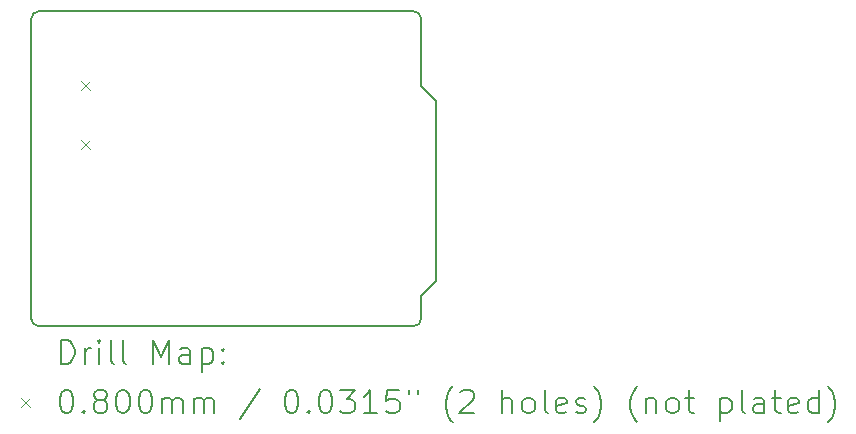
<source format=gbr>
%TF.GenerationSoftware,KiCad,Pcbnew,7.0.7*%
%TF.CreationDate,2023-10-21T10:48:57+02:00*%
%TF.ProjectId,halfduino,68616c66-6475-4696-9e6f-2e6b69636164,rev?*%
%TF.SameCoordinates,Original*%
%TF.FileFunction,Drillmap*%
%TF.FilePolarity,Positive*%
%FSLAX45Y45*%
G04 Gerber Fmt 4.5, Leading zero omitted, Abs format (unit mm)*
G04 Created by KiCad (PCBNEW 7.0.7) date 2023-10-21 10:48:57*
%MOMM*%
%LPD*%
G01*
G04 APERTURE LIST*
%ADD10C,0.150000*%
%ADD11C,0.200000*%
%ADD12C,0.080000*%
G04 APERTURE END LIST*
D10*
X8445500Y-6096000D02*
X11620500Y-6096000D01*
X11684000Y-6731000D02*
X11811000Y-6858000D01*
X11684000Y-6159500D02*
G75*
G03*
X11620500Y-6096000I-63500J0D01*
G01*
X8382000Y-8699500D02*
G75*
G03*
X8445500Y-8763000I63500J0D01*
G01*
X11620500Y-8763000D02*
G75*
G03*
X11684000Y-8699500I0J63500D01*
G01*
X11811000Y-8382000D02*
X11684000Y-8509000D01*
X8445500Y-6096000D02*
G75*
G03*
X8382000Y-6159500I0J-63500D01*
G01*
X11684000Y-6159500D02*
X11684000Y-6731000D01*
X11684000Y-8509000D02*
X11684000Y-8699500D01*
X11811000Y-6858000D02*
X11811000Y-8382000D01*
X11620500Y-8763000D02*
X8445500Y-8763000D01*
X8382000Y-8699500D02*
X8382000Y-6159500D01*
D11*
D12*
X8803000Y-6686500D02*
X8883000Y-6766500D01*
X8883000Y-6686500D02*
X8803000Y-6766500D01*
X8803000Y-7186500D02*
X8883000Y-7266500D01*
X8883000Y-7186500D02*
X8803000Y-7266500D01*
D11*
X8635277Y-9081984D02*
X8635277Y-8881984D01*
X8635277Y-8881984D02*
X8682896Y-8881984D01*
X8682896Y-8881984D02*
X8711467Y-8891508D01*
X8711467Y-8891508D02*
X8730515Y-8910555D01*
X8730515Y-8910555D02*
X8740039Y-8929603D01*
X8740039Y-8929603D02*
X8749563Y-8967698D01*
X8749563Y-8967698D02*
X8749563Y-8996270D01*
X8749563Y-8996270D02*
X8740039Y-9034365D01*
X8740039Y-9034365D02*
X8730515Y-9053412D01*
X8730515Y-9053412D02*
X8711467Y-9072460D01*
X8711467Y-9072460D02*
X8682896Y-9081984D01*
X8682896Y-9081984D02*
X8635277Y-9081984D01*
X8835277Y-9081984D02*
X8835277Y-8948650D01*
X8835277Y-8986746D02*
X8844801Y-8967698D01*
X8844801Y-8967698D02*
X8854324Y-8958174D01*
X8854324Y-8958174D02*
X8873372Y-8948650D01*
X8873372Y-8948650D02*
X8892420Y-8948650D01*
X8959086Y-9081984D02*
X8959086Y-8948650D01*
X8959086Y-8881984D02*
X8949563Y-8891508D01*
X8949563Y-8891508D02*
X8959086Y-8901031D01*
X8959086Y-8901031D02*
X8968610Y-8891508D01*
X8968610Y-8891508D02*
X8959086Y-8881984D01*
X8959086Y-8881984D02*
X8959086Y-8901031D01*
X9082896Y-9081984D02*
X9063848Y-9072460D01*
X9063848Y-9072460D02*
X9054324Y-9053412D01*
X9054324Y-9053412D02*
X9054324Y-8881984D01*
X9187658Y-9081984D02*
X9168610Y-9072460D01*
X9168610Y-9072460D02*
X9159086Y-9053412D01*
X9159086Y-9053412D02*
X9159086Y-8881984D01*
X9416229Y-9081984D02*
X9416229Y-8881984D01*
X9416229Y-8881984D02*
X9482896Y-9024841D01*
X9482896Y-9024841D02*
X9549563Y-8881984D01*
X9549563Y-8881984D02*
X9549563Y-9081984D01*
X9730515Y-9081984D02*
X9730515Y-8977222D01*
X9730515Y-8977222D02*
X9720991Y-8958174D01*
X9720991Y-8958174D02*
X9701944Y-8948650D01*
X9701944Y-8948650D02*
X9663848Y-8948650D01*
X9663848Y-8948650D02*
X9644801Y-8958174D01*
X9730515Y-9072460D02*
X9711467Y-9081984D01*
X9711467Y-9081984D02*
X9663848Y-9081984D01*
X9663848Y-9081984D02*
X9644801Y-9072460D01*
X9644801Y-9072460D02*
X9635277Y-9053412D01*
X9635277Y-9053412D02*
X9635277Y-9034365D01*
X9635277Y-9034365D02*
X9644801Y-9015317D01*
X9644801Y-9015317D02*
X9663848Y-9005793D01*
X9663848Y-9005793D02*
X9711467Y-9005793D01*
X9711467Y-9005793D02*
X9730515Y-8996270D01*
X9825753Y-8948650D02*
X9825753Y-9148650D01*
X9825753Y-8958174D02*
X9844801Y-8948650D01*
X9844801Y-8948650D02*
X9882896Y-8948650D01*
X9882896Y-8948650D02*
X9901944Y-8958174D01*
X9901944Y-8958174D02*
X9911467Y-8967698D01*
X9911467Y-8967698D02*
X9920991Y-8986746D01*
X9920991Y-8986746D02*
X9920991Y-9043889D01*
X9920991Y-9043889D02*
X9911467Y-9062936D01*
X9911467Y-9062936D02*
X9901944Y-9072460D01*
X9901944Y-9072460D02*
X9882896Y-9081984D01*
X9882896Y-9081984D02*
X9844801Y-9081984D01*
X9844801Y-9081984D02*
X9825753Y-9072460D01*
X10006705Y-9062936D02*
X10016229Y-9072460D01*
X10016229Y-9072460D02*
X10006705Y-9081984D01*
X10006705Y-9081984D02*
X9997182Y-9072460D01*
X9997182Y-9072460D02*
X10006705Y-9062936D01*
X10006705Y-9062936D02*
X10006705Y-9081984D01*
X10006705Y-8958174D02*
X10016229Y-8967698D01*
X10016229Y-8967698D02*
X10006705Y-8977222D01*
X10006705Y-8977222D02*
X9997182Y-8967698D01*
X9997182Y-8967698D02*
X10006705Y-8958174D01*
X10006705Y-8958174D02*
X10006705Y-8977222D01*
D12*
X8294500Y-9370500D02*
X8374500Y-9450500D01*
X8374500Y-9370500D02*
X8294500Y-9450500D01*
D11*
X8673372Y-9301984D02*
X8692420Y-9301984D01*
X8692420Y-9301984D02*
X8711467Y-9311508D01*
X8711467Y-9311508D02*
X8720991Y-9321031D01*
X8720991Y-9321031D02*
X8730515Y-9340079D01*
X8730515Y-9340079D02*
X8740039Y-9378174D01*
X8740039Y-9378174D02*
X8740039Y-9425793D01*
X8740039Y-9425793D02*
X8730515Y-9463889D01*
X8730515Y-9463889D02*
X8720991Y-9482936D01*
X8720991Y-9482936D02*
X8711467Y-9492460D01*
X8711467Y-9492460D02*
X8692420Y-9501984D01*
X8692420Y-9501984D02*
X8673372Y-9501984D01*
X8673372Y-9501984D02*
X8654324Y-9492460D01*
X8654324Y-9492460D02*
X8644801Y-9482936D01*
X8644801Y-9482936D02*
X8635277Y-9463889D01*
X8635277Y-9463889D02*
X8625753Y-9425793D01*
X8625753Y-9425793D02*
X8625753Y-9378174D01*
X8625753Y-9378174D02*
X8635277Y-9340079D01*
X8635277Y-9340079D02*
X8644801Y-9321031D01*
X8644801Y-9321031D02*
X8654324Y-9311508D01*
X8654324Y-9311508D02*
X8673372Y-9301984D01*
X8825753Y-9482936D02*
X8835277Y-9492460D01*
X8835277Y-9492460D02*
X8825753Y-9501984D01*
X8825753Y-9501984D02*
X8816229Y-9492460D01*
X8816229Y-9492460D02*
X8825753Y-9482936D01*
X8825753Y-9482936D02*
X8825753Y-9501984D01*
X8949563Y-9387698D02*
X8930515Y-9378174D01*
X8930515Y-9378174D02*
X8920991Y-9368650D01*
X8920991Y-9368650D02*
X8911467Y-9349603D01*
X8911467Y-9349603D02*
X8911467Y-9340079D01*
X8911467Y-9340079D02*
X8920991Y-9321031D01*
X8920991Y-9321031D02*
X8930515Y-9311508D01*
X8930515Y-9311508D02*
X8949563Y-9301984D01*
X8949563Y-9301984D02*
X8987658Y-9301984D01*
X8987658Y-9301984D02*
X9006705Y-9311508D01*
X9006705Y-9311508D02*
X9016229Y-9321031D01*
X9016229Y-9321031D02*
X9025753Y-9340079D01*
X9025753Y-9340079D02*
X9025753Y-9349603D01*
X9025753Y-9349603D02*
X9016229Y-9368650D01*
X9016229Y-9368650D02*
X9006705Y-9378174D01*
X9006705Y-9378174D02*
X8987658Y-9387698D01*
X8987658Y-9387698D02*
X8949563Y-9387698D01*
X8949563Y-9387698D02*
X8930515Y-9397222D01*
X8930515Y-9397222D02*
X8920991Y-9406746D01*
X8920991Y-9406746D02*
X8911467Y-9425793D01*
X8911467Y-9425793D02*
X8911467Y-9463889D01*
X8911467Y-9463889D02*
X8920991Y-9482936D01*
X8920991Y-9482936D02*
X8930515Y-9492460D01*
X8930515Y-9492460D02*
X8949563Y-9501984D01*
X8949563Y-9501984D02*
X8987658Y-9501984D01*
X8987658Y-9501984D02*
X9006705Y-9492460D01*
X9006705Y-9492460D02*
X9016229Y-9482936D01*
X9016229Y-9482936D02*
X9025753Y-9463889D01*
X9025753Y-9463889D02*
X9025753Y-9425793D01*
X9025753Y-9425793D02*
X9016229Y-9406746D01*
X9016229Y-9406746D02*
X9006705Y-9397222D01*
X9006705Y-9397222D02*
X8987658Y-9387698D01*
X9149563Y-9301984D02*
X9168610Y-9301984D01*
X9168610Y-9301984D02*
X9187658Y-9311508D01*
X9187658Y-9311508D02*
X9197182Y-9321031D01*
X9197182Y-9321031D02*
X9206705Y-9340079D01*
X9206705Y-9340079D02*
X9216229Y-9378174D01*
X9216229Y-9378174D02*
X9216229Y-9425793D01*
X9216229Y-9425793D02*
X9206705Y-9463889D01*
X9206705Y-9463889D02*
X9197182Y-9482936D01*
X9197182Y-9482936D02*
X9187658Y-9492460D01*
X9187658Y-9492460D02*
X9168610Y-9501984D01*
X9168610Y-9501984D02*
X9149563Y-9501984D01*
X9149563Y-9501984D02*
X9130515Y-9492460D01*
X9130515Y-9492460D02*
X9120991Y-9482936D01*
X9120991Y-9482936D02*
X9111467Y-9463889D01*
X9111467Y-9463889D02*
X9101944Y-9425793D01*
X9101944Y-9425793D02*
X9101944Y-9378174D01*
X9101944Y-9378174D02*
X9111467Y-9340079D01*
X9111467Y-9340079D02*
X9120991Y-9321031D01*
X9120991Y-9321031D02*
X9130515Y-9311508D01*
X9130515Y-9311508D02*
X9149563Y-9301984D01*
X9340039Y-9301984D02*
X9359086Y-9301984D01*
X9359086Y-9301984D02*
X9378134Y-9311508D01*
X9378134Y-9311508D02*
X9387658Y-9321031D01*
X9387658Y-9321031D02*
X9397182Y-9340079D01*
X9397182Y-9340079D02*
X9406705Y-9378174D01*
X9406705Y-9378174D02*
X9406705Y-9425793D01*
X9406705Y-9425793D02*
X9397182Y-9463889D01*
X9397182Y-9463889D02*
X9387658Y-9482936D01*
X9387658Y-9482936D02*
X9378134Y-9492460D01*
X9378134Y-9492460D02*
X9359086Y-9501984D01*
X9359086Y-9501984D02*
X9340039Y-9501984D01*
X9340039Y-9501984D02*
X9320991Y-9492460D01*
X9320991Y-9492460D02*
X9311467Y-9482936D01*
X9311467Y-9482936D02*
X9301944Y-9463889D01*
X9301944Y-9463889D02*
X9292420Y-9425793D01*
X9292420Y-9425793D02*
X9292420Y-9378174D01*
X9292420Y-9378174D02*
X9301944Y-9340079D01*
X9301944Y-9340079D02*
X9311467Y-9321031D01*
X9311467Y-9321031D02*
X9320991Y-9311508D01*
X9320991Y-9311508D02*
X9340039Y-9301984D01*
X9492420Y-9501984D02*
X9492420Y-9368650D01*
X9492420Y-9387698D02*
X9501944Y-9378174D01*
X9501944Y-9378174D02*
X9520991Y-9368650D01*
X9520991Y-9368650D02*
X9549563Y-9368650D01*
X9549563Y-9368650D02*
X9568610Y-9378174D01*
X9568610Y-9378174D02*
X9578134Y-9397222D01*
X9578134Y-9397222D02*
X9578134Y-9501984D01*
X9578134Y-9397222D02*
X9587658Y-9378174D01*
X9587658Y-9378174D02*
X9606705Y-9368650D01*
X9606705Y-9368650D02*
X9635277Y-9368650D01*
X9635277Y-9368650D02*
X9654325Y-9378174D01*
X9654325Y-9378174D02*
X9663848Y-9397222D01*
X9663848Y-9397222D02*
X9663848Y-9501984D01*
X9759086Y-9501984D02*
X9759086Y-9368650D01*
X9759086Y-9387698D02*
X9768610Y-9378174D01*
X9768610Y-9378174D02*
X9787658Y-9368650D01*
X9787658Y-9368650D02*
X9816229Y-9368650D01*
X9816229Y-9368650D02*
X9835277Y-9378174D01*
X9835277Y-9378174D02*
X9844801Y-9397222D01*
X9844801Y-9397222D02*
X9844801Y-9501984D01*
X9844801Y-9397222D02*
X9854325Y-9378174D01*
X9854325Y-9378174D02*
X9873372Y-9368650D01*
X9873372Y-9368650D02*
X9901944Y-9368650D01*
X9901944Y-9368650D02*
X9920991Y-9378174D01*
X9920991Y-9378174D02*
X9930515Y-9397222D01*
X9930515Y-9397222D02*
X9930515Y-9501984D01*
X10320991Y-9292460D02*
X10149563Y-9549603D01*
X10578134Y-9301984D02*
X10597182Y-9301984D01*
X10597182Y-9301984D02*
X10616229Y-9311508D01*
X10616229Y-9311508D02*
X10625753Y-9321031D01*
X10625753Y-9321031D02*
X10635277Y-9340079D01*
X10635277Y-9340079D02*
X10644801Y-9378174D01*
X10644801Y-9378174D02*
X10644801Y-9425793D01*
X10644801Y-9425793D02*
X10635277Y-9463889D01*
X10635277Y-9463889D02*
X10625753Y-9482936D01*
X10625753Y-9482936D02*
X10616229Y-9492460D01*
X10616229Y-9492460D02*
X10597182Y-9501984D01*
X10597182Y-9501984D02*
X10578134Y-9501984D01*
X10578134Y-9501984D02*
X10559087Y-9492460D01*
X10559087Y-9492460D02*
X10549563Y-9482936D01*
X10549563Y-9482936D02*
X10540039Y-9463889D01*
X10540039Y-9463889D02*
X10530515Y-9425793D01*
X10530515Y-9425793D02*
X10530515Y-9378174D01*
X10530515Y-9378174D02*
X10540039Y-9340079D01*
X10540039Y-9340079D02*
X10549563Y-9321031D01*
X10549563Y-9321031D02*
X10559087Y-9311508D01*
X10559087Y-9311508D02*
X10578134Y-9301984D01*
X10730515Y-9482936D02*
X10740039Y-9492460D01*
X10740039Y-9492460D02*
X10730515Y-9501984D01*
X10730515Y-9501984D02*
X10720991Y-9492460D01*
X10720991Y-9492460D02*
X10730515Y-9482936D01*
X10730515Y-9482936D02*
X10730515Y-9501984D01*
X10863848Y-9301984D02*
X10882896Y-9301984D01*
X10882896Y-9301984D02*
X10901944Y-9311508D01*
X10901944Y-9311508D02*
X10911468Y-9321031D01*
X10911468Y-9321031D02*
X10920991Y-9340079D01*
X10920991Y-9340079D02*
X10930515Y-9378174D01*
X10930515Y-9378174D02*
X10930515Y-9425793D01*
X10930515Y-9425793D02*
X10920991Y-9463889D01*
X10920991Y-9463889D02*
X10911468Y-9482936D01*
X10911468Y-9482936D02*
X10901944Y-9492460D01*
X10901944Y-9492460D02*
X10882896Y-9501984D01*
X10882896Y-9501984D02*
X10863848Y-9501984D01*
X10863848Y-9501984D02*
X10844801Y-9492460D01*
X10844801Y-9492460D02*
X10835277Y-9482936D01*
X10835277Y-9482936D02*
X10825753Y-9463889D01*
X10825753Y-9463889D02*
X10816229Y-9425793D01*
X10816229Y-9425793D02*
X10816229Y-9378174D01*
X10816229Y-9378174D02*
X10825753Y-9340079D01*
X10825753Y-9340079D02*
X10835277Y-9321031D01*
X10835277Y-9321031D02*
X10844801Y-9311508D01*
X10844801Y-9311508D02*
X10863848Y-9301984D01*
X10997182Y-9301984D02*
X11120991Y-9301984D01*
X11120991Y-9301984D02*
X11054325Y-9378174D01*
X11054325Y-9378174D02*
X11082896Y-9378174D01*
X11082896Y-9378174D02*
X11101944Y-9387698D01*
X11101944Y-9387698D02*
X11111468Y-9397222D01*
X11111468Y-9397222D02*
X11120991Y-9416270D01*
X11120991Y-9416270D02*
X11120991Y-9463889D01*
X11120991Y-9463889D02*
X11111468Y-9482936D01*
X11111468Y-9482936D02*
X11101944Y-9492460D01*
X11101944Y-9492460D02*
X11082896Y-9501984D01*
X11082896Y-9501984D02*
X11025753Y-9501984D01*
X11025753Y-9501984D02*
X11006706Y-9492460D01*
X11006706Y-9492460D02*
X10997182Y-9482936D01*
X11311467Y-9501984D02*
X11197182Y-9501984D01*
X11254325Y-9501984D02*
X11254325Y-9301984D01*
X11254325Y-9301984D02*
X11235277Y-9330555D01*
X11235277Y-9330555D02*
X11216229Y-9349603D01*
X11216229Y-9349603D02*
X11197182Y-9359127D01*
X11492420Y-9301984D02*
X11397182Y-9301984D01*
X11397182Y-9301984D02*
X11387658Y-9397222D01*
X11387658Y-9397222D02*
X11397182Y-9387698D01*
X11397182Y-9387698D02*
X11416229Y-9378174D01*
X11416229Y-9378174D02*
X11463848Y-9378174D01*
X11463848Y-9378174D02*
X11482896Y-9387698D01*
X11482896Y-9387698D02*
X11492420Y-9397222D01*
X11492420Y-9397222D02*
X11501944Y-9416270D01*
X11501944Y-9416270D02*
X11501944Y-9463889D01*
X11501944Y-9463889D02*
X11492420Y-9482936D01*
X11492420Y-9482936D02*
X11482896Y-9492460D01*
X11482896Y-9492460D02*
X11463848Y-9501984D01*
X11463848Y-9501984D02*
X11416229Y-9501984D01*
X11416229Y-9501984D02*
X11397182Y-9492460D01*
X11397182Y-9492460D02*
X11387658Y-9482936D01*
X11578134Y-9301984D02*
X11578134Y-9340079D01*
X11654325Y-9301984D02*
X11654325Y-9340079D01*
X11949563Y-9578174D02*
X11940039Y-9568650D01*
X11940039Y-9568650D02*
X11920991Y-9540079D01*
X11920991Y-9540079D02*
X11911468Y-9521031D01*
X11911468Y-9521031D02*
X11901944Y-9492460D01*
X11901944Y-9492460D02*
X11892420Y-9444841D01*
X11892420Y-9444841D02*
X11892420Y-9406746D01*
X11892420Y-9406746D02*
X11901944Y-9359127D01*
X11901944Y-9359127D02*
X11911468Y-9330555D01*
X11911468Y-9330555D02*
X11920991Y-9311508D01*
X11920991Y-9311508D02*
X11940039Y-9282936D01*
X11940039Y-9282936D02*
X11949563Y-9273412D01*
X12016229Y-9321031D02*
X12025753Y-9311508D01*
X12025753Y-9311508D02*
X12044801Y-9301984D01*
X12044801Y-9301984D02*
X12092420Y-9301984D01*
X12092420Y-9301984D02*
X12111468Y-9311508D01*
X12111468Y-9311508D02*
X12120991Y-9321031D01*
X12120991Y-9321031D02*
X12130515Y-9340079D01*
X12130515Y-9340079D02*
X12130515Y-9359127D01*
X12130515Y-9359127D02*
X12120991Y-9387698D01*
X12120991Y-9387698D02*
X12006706Y-9501984D01*
X12006706Y-9501984D02*
X12130515Y-9501984D01*
X12368610Y-9501984D02*
X12368610Y-9301984D01*
X12454325Y-9501984D02*
X12454325Y-9397222D01*
X12454325Y-9397222D02*
X12444801Y-9378174D01*
X12444801Y-9378174D02*
X12425753Y-9368650D01*
X12425753Y-9368650D02*
X12397182Y-9368650D01*
X12397182Y-9368650D02*
X12378134Y-9378174D01*
X12378134Y-9378174D02*
X12368610Y-9387698D01*
X12578134Y-9501984D02*
X12559087Y-9492460D01*
X12559087Y-9492460D02*
X12549563Y-9482936D01*
X12549563Y-9482936D02*
X12540039Y-9463889D01*
X12540039Y-9463889D02*
X12540039Y-9406746D01*
X12540039Y-9406746D02*
X12549563Y-9387698D01*
X12549563Y-9387698D02*
X12559087Y-9378174D01*
X12559087Y-9378174D02*
X12578134Y-9368650D01*
X12578134Y-9368650D02*
X12606706Y-9368650D01*
X12606706Y-9368650D02*
X12625753Y-9378174D01*
X12625753Y-9378174D02*
X12635277Y-9387698D01*
X12635277Y-9387698D02*
X12644801Y-9406746D01*
X12644801Y-9406746D02*
X12644801Y-9463889D01*
X12644801Y-9463889D02*
X12635277Y-9482936D01*
X12635277Y-9482936D02*
X12625753Y-9492460D01*
X12625753Y-9492460D02*
X12606706Y-9501984D01*
X12606706Y-9501984D02*
X12578134Y-9501984D01*
X12759087Y-9501984D02*
X12740039Y-9492460D01*
X12740039Y-9492460D02*
X12730515Y-9473412D01*
X12730515Y-9473412D02*
X12730515Y-9301984D01*
X12911468Y-9492460D02*
X12892420Y-9501984D01*
X12892420Y-9501984D02*
X12854325Y-9501984D01*
X12854325Y-9501984D02*
X12835277Y-9492460D01*
X12835277Y-9492460D02*
X12825753Y-9473412D01*
X12825753Y-9473412D02*
X12825753Y-9397222D01*
X12825753Y-9397222D02*
X12835277Y-9378174D01*
X12835277Y-9378174D02*
X12854325Y-9368650D01*
X12854325Y-9368650D02*
X12892420Y-9368650D01*
X12892420Y-9368650D02*
X12911468Y-9378174D01*
X12911468Y-9378174D02*
X12920991Y-9397222D01*
X12920991Y-9397222D02*
X12920991Y-9416270D01*
X12920991Y-9416270D02*
X12825753Y-9435317D01*
X12997182Y-9492460D02*
X13016230Y-9501984D01*
X13016230Y-9501984D02*
X13054325Y-9501984D01*
X13054325Y-9501984D02*
X13073372Y-9492460D01*
X13073372Y-9492460D02*
X13082896Y-9473412D01*
X13082896Y-9473412D02*
X13082896Y-9463889D01*
X13082896Y-9463889D02*
X13073372Y-9444841D01*
X13073372Y-9444841D02*
X13054325Y-9435317D01*
X13054325Y-9435317D02*
X13025753Y-9435317D01*
X13025753Y-9435317D02*
X13006706Y-9425793D01*
X13006706Y-9425793D02*
X12997182Y-9406746D01*
X12997182Y-9406746D02*
X12997182Y-9397222D01*
X12997182Y-9397222D02*
X13006706Y-9378174D01*
X13006706Y-9378174D02*
X13025753Y-9368650D01*
X13025753Y-9368650D02*
X13054325Y-9368650D01*
X13054325Y-9368650D02*
X13073372Y-9378174D01*
X13149563Y-9578174D02*
X13159087Y-9568650D01*
X13159087Y-9568650D02*
X13178134Y-9540079D01*
X13178134Y-9540079D02*
X13187658Y-9521031D01*
X13187658Y-9521031D02*
X13197182Y-9492460D01*
X13197182Y-9492460D02*
X13206706Y-9444841D01*
X13206706Y-9444841D02*
X13206706Y-9406746D01*
X13206706Y-9406746D02*
X13197182Y-9359127D01*
X13197182Y-9359127D02*
X13187658Y-9330555D01*
X13187658Y-9330555D02*
X13178134Y-9311508D01*
X13178134Y-9311508D02*
X13159087Y-9282936D01*
X13159087Y-9282936D02*
X13149563Y-9273412D01*
X13511468Y-9578174D02*
X13501944Y-9568650D01*
X13501944Y-9568650D02*
X13482896Y-9540079D01*
X13482896Y-9540079D02*
X13473372Y-9521031D01*
X13473372Y-9521031D02*
X13463849Y-9492460D01*
X13463849Y-9492460D02*
X13454325Y-9444841D01*
X13454325Y-9444841D02*
X13454325Y-9406746D01*
X13454325Y-9406746D02*
X13463849Y-9359127D01*
X13463849Y-9359127D02*
X13473372Y-9330555D01*
X13473372Y-9330555D02*
X13482896Y-9311508D01*
X13482896Y-9311508D02*
X13501944Y-9282936D01*
X13501944Y-9282936D02*
X13511468Y-9273412D01*
X13587658Y-9368650D02*
X13587658Y-9501984D01*
X13587658Y-9387698D02*
X13597182Y-9378174D01*
X13597182Y-9378174D02*
X13616230Y-9368650D01*
X13616230Y-9368650D02*
X13644801Y-9368650D01*
X13644801Y-9368650D02*
X13663849Y-9378174D01*
X13663849Y-9378174D02*
X13673372Y-9397222D01*
X13673372Y-9397222D02*
X13673372Y-9501984D01*
X13797182Y-9501984D02*
X13778134Y-9492460D01*
X13778134Y-9492460D02*
X13768611Y-9482936D01*
X13768611Y-9482936D02*
X13759087Y-9463889D01*
X13759087Y-9463889D02*
X13759087Y-9406746D01*
X13759087Y-9406746D02*
X13768611Y-9387698D01*
X13768611Y-9387698D02*
X13778134Y-9378174D01*
X13778134Y-9378174D02*
X13797182Y-9368650D01*
X13797182Y-9368650D02*
X13825753Y-9368650D01*
X13825753Y-9368650D02*
X13844801Y-9378174D01*
X13844801Y-9378174D02*
X13854325Y-9387698D01*
X13854325Y-9387698D02*
X13863849Y-9406746D01*
X13863849Y-9406746D02*
X13863849Y-9463889D01*
X13863849Y-9463889D02*
X13854325Y-9482936D01*
X13854325Y-9482936D02*
X13844801Y-9492460D01*
X13844801Y-9492460D02*
X13825753Y-9501984D01*
X13825753Y-9501984D02*
X13797182Y-9501984D01*
X13920992Y-9368650D02*
X13997182Y-9368650D01*
X13949563Y-9301984D02*
X13949563Y-9473412D01*
X13949563Y-9473412D02*
X13959087Y-9492460D01*
X13959087Y-9492460D02*
X13978134Y-9501984D01*
X13978134Y-9501984D02*
X13997182Y-9501984D01*
X14216230Y-9368650D02*
X14216230Y-9568650D01*
X14216230Y-9378174D02*
X14235277Y-9368650D01*
X14235277Y-9368650D02*
X14273373Y-9368650D01*
X14273373Y-9368650D02*
X14292420Y-9378174D01*
X14292420Y-9378174D02*
X14301944Y-9387698D01*
X14301944Y-9387698D02*
X14311468Y-9406746D01*
X14311468Y-9406746D02*
X14311468Y-9463889D01*
X14311468Y-9463889D02*
X14301944Y-9482936D01*
X14301944Y-9482936D02*
X14292420Y-9492460D01*
X14292420Y-9492460D02*
X14273373Y-9501984D01*
X14273373Y-9501984D02*
X14235277Y-9501984D01*
X14235277Y-9501984D02*
X14216230Y-9492460D01*
X14425753Y-9501984D02*
X14406706Y-9492460D01*
X14406706Y-9492460D02*
X14397182Y-9473412D01*
X14397182Y-9473412D02*
X14397182Y-9301984D01*
X14587658Y-9501984D02*
X14587658Y-9397222D01*
X14587658Y-9397222D02*
X14578134Y-9378174D01*
X14578134Y-9378174D02*
X14559087Y-9368650D01*
X14559087Y-9368650D02*
X14520992Y-9368650D01*
X14520992Y-9368650D02*
X14501944Y-9378174D01*
X14587658Y-9492460D02*
X14568611Y-9501984D01*
X14568611Y-9501984D02*
X14520992Y-9501984D01*
X14520992Y-9501984D02*
X14501944Y-9492460D01*
X14501944Y-9492460D02*
X14492420Y-9473412D01*
X14492420Y-9473412D02*
X14492420Y-9454365D01*
X14492420Y-9454365D02*
X14501944Y-9435317D01*
X14501944Y-9435317D02*
X14520992Y-9425793D01*
X14520992Y-9425793D02*
X14568611Y-9425793D01*
X14568611Y-9425793D02*
X14587658Y-9416270D01*
X14654325Y-9368650D02*
X14730515Y-9368650D01*
X14682896Y-9301984D02*
X14682896Y-9473412D01*
X14682896Y-9473412D02*
X14692420Y-9492460D01*
X14692420Y-9492460D02*
X14711468Y-9501984D01*
X14711468Y-9501984D02*
X14730515Y-9501984D01*
X14873373Y-9492460D02*
X14854325Y-9501984D01*
X14854325Y-9501984D02*
X14816230Y-9501984D01*
X14816230Y-9501984D02*
X14797182Y-9492460D01*
X14797182Y-9492460D02*
X14787658Y-9473412D01*
X14787658Y-9473412D02*
X14787658Y-9397222D01*
X14787658Y-9397222D02*
X14797182Y-9378174D01*
X14797182Y-9378174D02*
X14816230Y-9368650D01*
X14816230Y-9368650D02*
X14854325Y-9368650D01*
X14854325Y-9368650D02*
X14873373Y-9378174D01*
X14873373Y-9378174D02*
X14882896Y-9397222D01*
X14882896Y-9397222D02*
X14882896Y-9416270D01*
X14882896Y-9416270D02*
X14787658Y-9435317D01*
X15054325Y-9501984D02*
X15054325Y-9301984D01*
X15054325Y-9492460D02*
X15035277Y-9501984D01*
X15035277Y-9501984D02*
X14997182Y-9501984D01*
X14997182Y-9501984D02*
X14978134Y-9492460D01*
X14978134Y-9492460D02*
X14968611Y-9482936D01*
X14968611Y-9482936D02*
X14959087Y-9463889D01*
X14959087Y-9463889D02*
X14959087Y-9406746D01*
X14959087Y-9406746D02*
X14968611Y-9387698D01*
X14968611Y-9387698D02*
X14978134Y-9378174D01*
X14978134Y-9378174D02*
X14997182Y-9368650D01*
X14997182Y-9368650D02*
X15035277Y-9368650D01*
X15035277Y-9368650D02*
X15054325Y-9378174D01*
X15130515Y-9578174D02*
X15140039Y-9568650D01*
X15140039Y-9568650D02*
X15159087Y-9540079D01*
X15159087Y-9540079D02*
X15168611Y-9521031D01*
X15168611Y-9521031D02*
X15178134Y-9492460D01*
X15178134Y-9492460D02*
X15187658Y-9444841D01*
X15187658Y-9444841D02*
X15187658Y-9406746D01*
X15187658Y-9406746D02*
X15178134Y-9359127D01*
X15178134Y-9359127D02*
X15168611Y-9330555D01*
X15168611Y-9330555D02*
X15159087Y-9311508D01*
X15159087Y-9311508D02*
X15140039Y-9282936D01*
X15140039Y-9282936D02*
X15130515Y-9273412D01*
M02*

</source>
